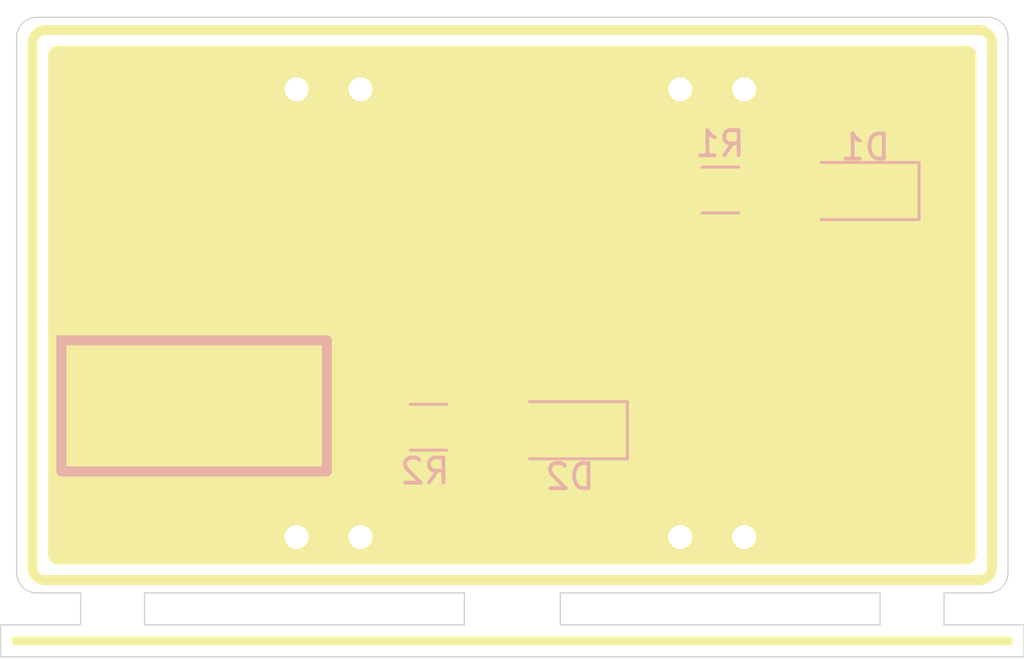
<source format=kicad_pcb>
(kicad_pcb (version 20241229) (generator "pcbnew") (generator_version "9.0")
  (layers (0 "F.Cu" signal) (2 "B.Cu" signal) (13 "F.Paste" user) (15 "B.Paste" user) (5 "F.SilkS" user "F.Silkscreen") (7 "B.SilkS" user "B.Silkscreen") (1 "F.Mask" user) (3 "B.Mask" user) (25 "Edge.Cuts" user))
  (net 0 "")
  (net 1 "+3.3V")
  (net 2 "GND")
  (net 6 "Net-(D1-A)")
  (net 7 "Net-(D2-A)")
  (footprint "MiniBadge:MiniBadge_Simple_NoEdges" (layer "F.Cu") (at 77.7925 77.7925)
    (property "Reference" "MB1" (hide yes))
    (property "Value" "MiniBadge_Simple")
    (pad "1" thru_hole circle (at 1.27 1.27) (size 1.75 1.75) (drill 0.95) (layers "*.Cu" "*.Mask"))
    (pad "2" thru_hole circle (at 3.81 1.27) (size 1.75 1.75) (drill 0.95) (layers "*.Cu" "*.Mask") (net 2 "GND"))
    (pad "7" thru_hole circle (at 16.51 1.27) (size 1.75 1.75) (drill 0.95) (layers "*.Cu" "*.Mask") (net 1 "+3.3V"))
    (pad "8" thru_hole circle (at 19.05 1.27) (size 1.75 1.75) (drill 0.95) (layers "*.Cu" "*.Mask") (net 2 "GND"))
    (pad "9" thru_hole circle (at 1.27 19.05) (size 1.75 1.75) (drill 0.95) (layers "*.Cu" "*.Mask"))
    (pad "10" thru_hole circle (at 3.81 19.05) (size 1.75 1.75) (drill 0.95) (layers "*.Cu" "*.Mask"))
    (pad "15" thru_hole circle (at 16.51 19.05) (size 1.75 1.75) (drill 0.95) (layers "*.Cu" "*.Mask") (net 1 "+3.3V"))
    (pad "16" thru_hole circle (at 19.05 19.05) (size 1.75 1.75) (drill 0.95) (layers "*.Cu" "*.Mask") (net 2 "GND"))
  )
  (footprint "Resistor_SMD:R_1206_3216Metric" (layer "B.Cu") (at 95.89 83.06)
    (property "Reference" "R1" (at -0.01 -1.834 180) (layer "B.SilkS") (effects (justify mirror)))
    (property "Value" "R")
    (fp_line (start -0.727064 -0.91) (end 0.727064 -0.91) (stroke (width 0.12)) (layer "B.SilkS"))
    (fp_line (start -0.727064 0.91) (end 0.727064 0.91) (stroke (width 0.12)) (layer "B.SilkS"))
    (pad "1" smd roundrect (at -1.4625 0) (size 1.125 1.75) (layers "B.Cu" "B.Mask" "B.Paste") (roundrect_rratio 0.222222) (net 1 "+3.3V"))
    (pad "2" smd roundrect (at 1.4625 0) (size 1.125 1.75) (layers "B.Cu" "B.Mask" "B.Paste") (roundrect_rratio 0.222222) (net 6 "Net-(D1-A)"))
  )
  (footprint "LED_SMD:LED_1206_3216Metric" (layer "B.Cu") (at 101.5 83.1 180)
    (property "Reference" "D1" (at -0.146 1.744 180) (layer "B.SilkS") (effects (justify mirror)))
    (property "Value" "LED")
    (fp_line (start 1.6 1.135) (end -2.285 1.135) (stroke (width 0.12)) (layer "B.SilkS"))
    (fp_line (start -2.285 1.135) (end -2.285 -1.135) (stroke (width 0.12)) (layer "B.SilkS"))
    (fp_line (start -2.285 -1.135) (end 1.6 -1.135) (stroke (width 0.12)) (layer "B.SilkS"))
    (pad "1" smd roundrect (at -1.4 0 180) (size 1.25 1.75) (layers "B.Cu" "B.Mask" "B.Paste") (roundrect_rratio 0.2) (net 2 "GND"))
    (pad "2" smd roundrect (at 1.4 0 180) (size 1.25 1.75) (layers "B.Cu" "B.Mask" "B.Paste") (roundrect_rratio 0.2) (net 6 "Net-(D1-A)"))
  )
  (footprint "Resistor_SMD:R_1206_3216Metric" (layer "B.Cu") (at 84.303 92.48)
    (property "Reference" "R2" (at -0.147 1.748 180) (layer "B.SilkS") (effects (justify mirror)))
    (property "Value" "R")
    (fp_line (start -0.727064 -0.91) (end 0.727064 -0.91) (stroke (width 0.12)) (layer "B.SilkS"))
    (fp_line (start -0.727064 0.91) (end 0.727064 0.91) (stroke (width 0.12)) (layer "B.SilkS"))
    (pad "1" smd roundrect (at -1.4625 0) (size 1.125 1.75) (layers "B.Cu" "B.Mask" "B.Paste") (roundrect_rratio 0.222222) (net 1 "+3.3V"))
    (pad "2" smd roundrect (at 1.4625 0) (size 1.125 1.75) (layers "B.Cu" "B.Mask" "B.Paste") (roundrect_rratio 0.222222) (net 7 "Net-(D2-A)"))
  )
  (footprint "LED_SMD:LED_1206_3216Metric" (layer "B.Cu") (at 89.913 92.6 180)
    (property "Reference" "D2" (at -0.006 -1.847 180) (layer "B.SilkS") (effects (justify mirror)))
    (property "Value" "LED")
    (fp_line (start 1.6 1.135) (end -2.285 1.135) (stroke (width 0.12)) (layer "B.SilkS"))
    (fp_line (start -2.285 1.135) (end -2.285 -1.135) (stroke (width 0.12)) (layer "B.SilkS"))
    (fp_line (start -2.285 -1.135) (end 1.6 -1.135) (stroke (width 0.12)) (layer "B.SilkS"))
    (pad "1" smd roundrect (at -1.4 0 180) (size 1.25 1.75) (layers "B.Cu" "B.Mask" "B.Paste") (roundrect_rratio 0.2) (net 2 "GND"))
    (pad "2" smd roundrect (at 1.4 0 180) (size 1.25 1.75) (layers "B.Cu" "B.Mask" "B.Paste") (roundrect_rratio 0.2) (net 7 "Net-(D2-A)"))
  )
  (gr_line (start 106.18 98.552) (end 69.08 98.552) (stroke (width 0.4)) (layer "F.SilkS"))
  (gr_arc (start 68.58 77.208) (mid 68.726447 76.854447) (end 69.08 76.708) (stroke (width 0.4)) (layer "F.SilkS"))
  (gr_rect (start 69.596 77.724) (end 105.664 97.536) (stroke (width 0.8)) (fill yes) (layer "F.SilkS"))
  (gr_arc (start 69.08 98.552) (mid 68.726447 98.405553) (end 68.58 98.052) (stroke (width 0.4)) (layer "F.SilkS"))
  (gr_line (start 68.58 98.052) (end 68.58 77.208) (stroke (width 0.4)) (layer "F.SilkS"))
  (gr_arc (start 106.68 98.052) (mid 106.533553 98.405553) (end 106.18 98.552) (stroke (width 0.4)) (layer "F.SilkS"))
  (gr_line (start 69.08 76.708) (end 106.18 76.708) (stroke (width 0.4)) (layer "F.SilkS"))
  (gr_rect (start 67.818 100.838) (end 107.442 101.092) (stroke (width 0.1)) (fill yes) (layer "F.SilkS"))
  (gr_arc (start 106.18 76.708) (mid 106.533553 76.854447) (end 106.68 77.208) (stroke (width 0.4)) (layer "F.SilkS"))
  (gr_line (start 106.68 77.208) (end 106.68 98.052) (stroke (width 0.4)) (layer "F.SilkS"))
  (gr_rect (start 69.723 89.027) (end 80.264 94.234) (stroke (width 0.4)) (fill no) (layer "B.SilkS"))
  (gr_line (start 102.235 99.06) (end 89.535 99.06) (stroke (width 0.05)) (layer "Edge.Cuts"))
  (gr_line (start 67.31 101.6) (end 107.95 101.6) (stroke (width 0.05)) (layer "Edge.Cuts"))
  (gr_arc (start 68.745 99.06) (mid 68.179315 98.825685) (end 67.945 98.26) (stroke (width 0.05)) (layer "Edge.Cuts"))
  (gr_line (start 89.535 100.33) (end 89.535 99.06) (stroke (width 0.05)) (layer "Edge.Cuts"))
  (gr_line (start 102.235 99.06) (end 102.235 100.33) (stroke (width 0.05)) (layer "Edge.Cuts"))
  (gr_line (start 70.485 99.06) (end 68.745 99.06) (stroke (width 0.05)) (layer "Edge.Cuts"))
  (gr_line (start 70.485 100.33) (end 67.31 100.33) (stroke (width 0.05)) (layer "Edge.Cuts"))
  (gr_arc (start 67.945 77) (mid 68.179315 76.434315) (end 68.745 76.2) (stroke (width 0.05)) (layer "Edge.Cuts"))
  (gr_line (start 107.95 101.6) (end 107.95 100.33) (stroke (width 0.05)) (layer "Edge.Cuts"))
  (gr_line (start 85.725 99.06) (end 73.025 99.06) (stroke (width 0.05)) (layer "Edge.Cuts"))
  (gr_arc (start 106.515 76.2) (mid 107.080685 76.434315) (end 107.315 77) (stroke (width 0.05)) (layer "Edge.Cuts"))
  (gr_line (start 70.485 99.06) (end 70.485 100.33) (stroke (width 0.05)) (layer "Edge.Cuts"))
  (gr_line (start 102.235 100.33) (end 89.535 100.33) (stroke (width 0.05)) (layer "Edge.Cuts"))
  (gr_arc (start 107.315 98.26) (mid 107.080685 98.825685) (end 106.515 99.06) (stroke (width 0.05)) (layer "Edge.Cuts"))
  (gr_line (start 85.725 100.33) (end 73.025 100.33) (stroke (width 0.05)) (layer "Edge.Cuts"))
  (gr_line (start 67.31 101.6) (end 67.31 100.33) (stroke (width 0.05)) (layer "Edge.Cuts"))
  (gr_line (start 85.725 99.06) (end 85.725 100.33) (stroke (width 0.05)) (layer "Edge.Cuts"))
  (gr_line (start 104.775 100.33) (end 104.775 99.06) (stroke (width 0.05)) (layer "Edge.Cuts"))
  (gr_line (start 107.315 77) (end 107.315 98.26) (stroke (width 0.05)) (layer "Edge.Cuts"))
  (gr_line (start 106.515 99.06) (end 104.775 99.06) (stroke (width 0.05)) (layer "Edge.Cuts"))
  (gr_line (start 67.945 98.26) (end 67.945 77) (stroke (width 0.05)) (layer "Edge.Cuts"))
  (gr_line (start 68.745 76.2) (end 106.515 76.2) (stroke (width 0.05)) (layer "Edge.Cuts"))
  (gr_line (start 73.025 100.33) (end 73.025 99.06) (stroke (width 0.05)) (layer "Edge.Cuts"))
  (gr_line (start 107.95 100.33) (end 104.775 100.33) (stroke (width 0.05)) (layer "Edge.Cuts"))
  (segment (start 94.3025 79.0625) (end 94.3025 82.935) (width 0.5) (layer "B.Cu") (net 1))
  (segment (start 94.3025 82.935) (end 94.4275 83.06) (width 0.5) (layer "B.Cu") (net 1))
  (segment (start 94.3025 96.8425) (end 87.203 96.8425) (width 0.5) (layer "B.Cu") (net 1))
  (segment (start 87.203 96.8425) (end 82.8405 92.48) (width 0.5) (layer "B.Cu") (net 1))
  (segment (start 92.6 92.6) (end 96.8425 96.8425) (width 0.5) (layer "B.Cu") (net 2))
  (segment (start 98.8625 79.0625) (end 102.9 83.1) (width 0.5) (layer "B.Cu") (net 2))
  (segment (start 91.313 92.6) (end 92.6 92.6) (width 0.5) (layer "B.Cu") (net 2))
  (segment (start 96.8425 79.0625) (end 98.8625 79.0625) (width 0.5) (layer "B.Cu") (net 2))
  (segment (start 97.3925 83.1) (end 97.3525 83.06) (width 0.5) (layer "B.Cu") (net 6))
  (segment (start 100.1 83.1) (end 97.3925 83.1) (width 0.5) (layer "B.Cu") (net 6))
  (segment (start 88.393 92.48) (end 88.513 92.6) (width 0.5) (layer "B.Cu") (net 7))
  (segment (start 85.7655 92.48) (end 88.393 92.48) (width 0.5) (layer "B.Cu") (net 7))
)
</source>
